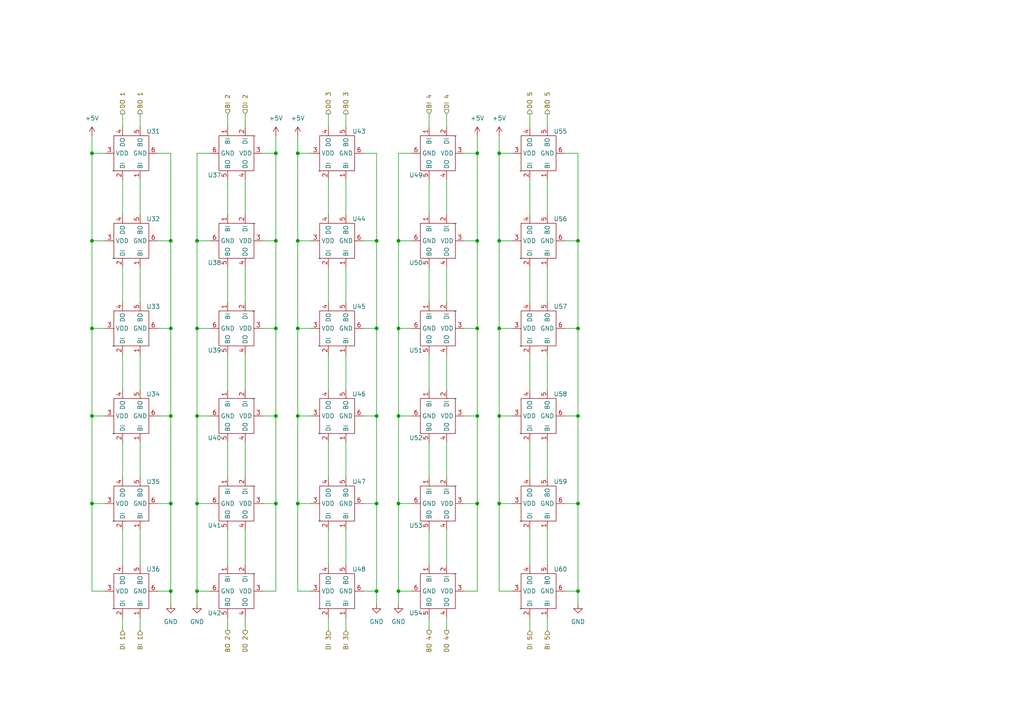
<source format=kicad_sch>
(kicad_sch (version 20230121) (generator eeschema)
  (paper "A4")
  (junction (at 80.01 120.65))
  (junction (at 80.01 146.05))
  (junction (at 115.57 171.45))
  (junction (at 144.78 95.25))
  (junction (at 26.67 146.05))
  (junction (at 86.36 44.45))
  (junction (at 57.15 69.85))
  (junction (at 26.67 69.85))
  (junction (at 57.15 171.45))
  (junction (at 138.43 146.05))
  (junction (at 138.43 44.45))
  (junction (at 80.01 95.25))
  (junction (at 80.01 44.45))
  (junction (at 167.64 171.45))
  (junction (at 57.15 146.05))
  (junction (at 115.57 120.65))
  (junction (at 115.57 69.85))
  (junction (at 49.53 171.45))
  (junction (at 57.15 120.65))
  (junction (at 109.22 171.45))
  (junction (at 167.64 120.65))
  (junction (at 138.43 69.85))
  (junction (at 144.78 44.45))
  (junction (at 115.57 95.25))
  (junction (at 80.01 69.85))
  (junction (at 49.53 95.25))
  (junction (at 115.57 146.05))
  (junction (at 144.78 120.65))
  (junction (at 144.78 146.05))
  (junction (at 138.43 95.25))
  (junction (at 86.36 146.05))
  (junction (at 167.64 69.85))
  (junction (at 144.78 69.85))
  (junction (at 26.67 120.65))
  (junction (at 86.36 95.25))
  (junction (at 109.22 146.05))
  (junction (at 109.22 69.85))
  (junction (at 167.64 95.25))
  (junction (at 49.53 120.65))
  (junction (at 49.53 69.85))
  (junction (at 49.53 146.05))
  (junction (at 109.22 120.65))
  (junction (at 86.36 120.65))
  (junction (at 138.43 120.65))
  (junction (at 167.64 146.05))
  (junction (at 26.67 95.25))
  (junction (at 109.22 95.25))
  (junction (at 86.36 69.85))
  (junction (at 26.67 44.45))
  (junction (at 57.15 95.25))
  (wire (pts (xy 134.62 171.45) (xy 138.43 171.45)))
  (wire (pts (xy 158.75 52.07) (xy 158.75 62.23)))
  (wire (pts (xy 163.83 171.45) (xy 167.64 171.45)))
  (wire (pts (xy 66.04 33.02) (xy 66.04 36.83)))
  (wire (pts (xy 124.46 179.07) (xy 124.46 182.88)))
  (wire (pts (xy 60.96 95.25) (xy 57.15 95.25)))
  (wire (pts (xy 35.56 77.47) (xy 35.56 87.63)))
  (wire (pts (xy 95.25 179.07) (xy 95.25 182.88)))
  (wire (pts (xy 80.01 171.45) (xy 80.01 146.05)))
  (wire (pts (xy 134.62 44.45) (xy 138.43 44.45)))
  (wire (pts (xy 71.12 62.23) (xy 71.12 52.07)))
  (wire (pts (xy 26.67 95.25) (xy 30.48 95.25)))
  (wire (pts (xy 109.22 44.45) (xy 105.41 44.45)))
  (wire (pts (xy 105.41 95.25) (xy 109.22 95.25)))
  (wire (pts (xy 86.36 95.25) (xy 86.36 120.65)))
  (wire (pts (xy 158.75 153.67) (xy 158.75 163.83)))
  (wire (pts (xy 90.17 171.45) (xy 86.36 171.45)))
  (wire (pts (xy 167.64 95.25) (xy 167.64 69.85)))
  (wire (pts (xy 153.67 179.07) (xy 153.67 182.88)))
  (wire (pts (xy 95.25 77.47) (xy 95.25 87.63)))
  (wire (pts (xy 66.04 163.83) (xy 66.04 153.67)))
  (wire (pts (xy 45.72 146.05) (xy 49.53 146.05)))
  (wire (pts (xy 153.67 77.47) (xy 153.67 87.63)))
  (wire (pts (xy 35.56 52.07) (xy 35.56 62.23)))
  (wire (pts (xy 109.22 146.05) (xy 109.22 171.45)))
  (wire (pts (xy 100.33 179.07) (xy 100.33 182.88)))
  (wire (pts (xy 26.67 95.25) (xy 26.67 120.65)))
  (wire (pts (xy 158.75 33.02) (xy 158.75 36.83)))
  (wire (pts (xy 71.12 113.03) (xy 71.12 102.87)))
  (wire (pts (xy 129.54 163.83) (xy 129.54 153.67)))
  (wire (pts (xy 71.12 87.63) (xy 71.12 77.47)))
  (wire (pts (xy 35.56 179.07) (xy 35.56 182.88)))
  (wire (pts (xy 167.64 146.05) (xy 167.64 171.45)))
  (wire (pts (xy 26.67 44.45) (xy 26.67 69.85)))
  (wire (pts (xy 45.72 171.45) (xy 49.53 171.45)))
  (wire (pts (xy 144.78 44.45) (xy 144.78 69.85)))
  (wire (pts (xy 86.36 44.45) (xy 86.36 69.85)))
  (wire (pts (xy 95.25 52.07) (xy 95.25 62.23)))
  (wire (pts (xy 66.04 62.23) (xy 66.04 52.07)))
  (wire (pts (xy 144.78 120.65) (xy 144.78 146.05)))
  (wire (pts (xy 115.57 69.85) (xy 115.57 44.45)))
  (wire (pts (xy 45.72 69.85) (xy 49.53 69.85)))
  (wire (pts (xy 95.25 128.27) (xy 95.25 138.43)))
  (wire (pts (xy 86.36 69.85) (xy 90.17 69.85)))
  (wire (pts (xy 80.01 39.37) (xy 80.01 44.45)))
  (wire (pts (xy 105.41 69.85) (xy 109.22 69.85)))
  (wire (pts (xy 167.64 69.85) (xy 167.64 44.45)))
  (wire (pts (xy 95.25 153.67) (xy 95.25 163.83)))
  (wire (pts (xy 124.46 62.23) (xy 124.46 52.07)))
  (wire (pts (xy 124.46 113.03) (xy 124.46 102.87)))
  (wire (pts (xy 163.83 146.05) (xy 167.64 146.05)))
  (wire (pts (xy 26.67 146.05) (xy 30.48 146.05)))
  (wire (pts (xy 119.38 69.85) (xy 115.57 69.85)))
  (wire (pts (xy 66.04 179.07) (xy 66.04 182.88)))
  (wire (pts (xy 138.43 171.45) (xy 138.43 146.05)))
  (wire (pts (xy 76.2 44.45) (xy 80.01 44.45)))
  (wire (pts (xy 86.36 120.65) (xy 90.17 120.65)))
  (wire (pts (xy 26.67 69.85) (xy 26.67 95.25)))
  (wire (pts (xy 109.22 95.25) (xy 109.22 69.85)))
  (wire (pts (xy 124.46 163.83) (xy 124.46 153.67)))
  (wire (pts (xy 109.22 120.65) (xy 109.22 95.25)))
  (wire (pts (xy 129.54 87.63) (xy 129.54 77.47)))
  (wire (pts (xy 49.53 44.45) (xy 45.72 44.45)))
  (wire (pts (xy 158.75 179.07) (xy 158.75 182.88)))
  (wire (pts (xy 86.36 146.05) (xy 90.17 146.05)))
  (wire (pts (xy 138.43 120.65) (xy 138.43 95.25)))
  (wire (pts (xy 153.67 153.67) (xy 153.67 163.83)))
  (wire (pts (xy 167.64 120.65) (xy 167.64 95.25)))
  (wire (pts (xy 26.67 69.85) (xy 30.48 69.85)))
  (wire (pts (xy 138.43 95.25) (xy 134.62 95.25)))
  (wire (pts (xy 86.36 39.37) (xy 86.36 44.45)))
  (wire (pts (xy 57.15 69.85) (xy 57.15 95.25)))
  (wire (pts (xy 100.33 128.27) (xy 100.33 138.43)))
  (wire (pts (xy 115.57 171.45) (xy 115.57 175.26)))
  (wire (pts (xy 80.01 69.85) (xy 76.2 69.85)))
  (wire (pts (xy 138.43 120.65) (xy 134.62 120.65)))
  (wire (pts (xy 119.38 146.05) (xy 115.57 146.05)))
  (wire (pts (xy 153.67 52.07) (xy 153.67 62.23)))
  (wire (pts (xy 109.22 69.85) (xy 109.22 44.45)))
  (wire (pts (xy 100.33 33.02) (xy 100.33 36.83)))
  (wire (pts (xy 86.36 120.65) (xy 86.36 146.05)))
  (wire (pts (xy 119.38 44.45) (xy 115.57 44.45)))
  (wire (pts (xy 71.12 163.83) (xy 71.12 153.67)))
  (wire (pts (xy 57.15 120.65) (xy 57.15 146.05)))
  (wire (pts (xy 109.22 171.45) (xy 109.22 175.26)))
  (wire (pts (xy 80.01 146.05) (xy 80.01 120.65)))
  (wire (pts (xy 138.43 146.05) (xy 134.62 146.05)))
  (wire (pts (xy 40.64 33.02) (xy 40.64 36.83)))
  (wire (pts (xy 80.01 120.65) (xy 80.01 95.25)))
  (wire (pts (xy 49.53 171.45) (xy 49.53 175.26)))
  (wire (pts (xy 49.53 120.65) (xy 49.53 95.25)))
  (wire (pts (xy 80.01 120.65) (xy 76.2 120.65)))
  (wire (pts (xy 105.41 171.45) (xy 109.22 171.45)))
  (wire (pts (xy 86.36 146.05) (xy 86.36 171.45)))
  (wire (pts (xy 167.64 44.45) (xy 163.83 44.45)))
  (wire (pts (xy 26.67 120.65) (xy 30.48 120.65)))
  (wire (pts (xy 138.43 146.05) (xy 138.43 120.65)))
  (wire (pts (xy 76.2 171.45) (xy 80.01 171.45)))
  (wire (pts (xy 119.38 95.25) (xy 115.57 95.25)))
  (wire (pts (xy 45.72 95.25) (xy 49.53 95.25)))
  (wire (pts (xy 129.54 138.43) (xy 129.54 128.27)))
  (wire (pts (xy 148.59 44.45) (xy 144.78 44.45)))
  (wire (pts (xy 115.57 171.45) (xy 119.38 171.45)))
  (wire (pts (xy 129.54 179.07) (xy 129.54 182.88)))
  (wire (pts (xy 129.54 62.23) (xy 129.54 52.07)))
  (wire (pts (xy 95.25 102.87) (xy 95.25 113.03)))
  (wire (pts (xy 100.33 77.47) (xy 100.33 87.63)))
  (wire (pts (xy 26.67 146.05) (xy 26.67 171.45)))
  (wire (pts (xy 57.15 171.45) (xy 57.15 175.26)))
  (wire (pts (xy 144.78 146.05) (xy 148.59 146.05)))
  (wire (pts (xy 66.04 138.43) (xy 66.04 128.27)))
  (wire (pts (xy 35.56 102.87) (xy 35.56 113.03)))
  (wire (pts (xy 129.54 33.02) (xy 129.54 36.83)))
  (wire (pts (xy 57.15 171.45) (xy 60.96 171.45)))
  (wire (pts (xy 158.75 128.27) (xy 158.75 138.43)))
  (wire (pts (xy 66.04 113.03) (xy 66.04 102.87)))
  (wire (pts (xy 138.43 69.85) (xy 138.43 44.45)))
  (wire (pts (xy 144.78 69.85) (xy 148.59 69.85)))
  (wire (pts (xy 115.57 146.05) (xy 115.57 171.45)))
  (wire (pts (xy 57.15 95.25) (xy 57.15 120.65)))
  (wire (pts (xy 124.46 33.02) (xy 124.46 36.83)))
  (wire (pts (xy 49.53 95.25) (xy 49.53 69.85)))
  (wire (pts (xy 26.67 39.37) (xy 26.67 44.45)))
  (wire (pts (xy 119.38 120.65) (xy 115.57 120.65)))
  (wire (pts (xy 35.56 128.27) (xy 35.56 138.43)))
  (wire (pts (xy 115.57 120.65) (xy 115.57 146.05)))
  (wire (pts (xy 144.78 95.25) (xy 148.59 95.25)))
  (wire (pts (xy 45.72 120.65) (xy 49.53 120.65)))
  (wire (pts (xy 60.96 69.85) (xy 57.15 69.85)))
  (wire (pts (xy 71.12 33.02) (xy 71.12 36.83)))
  (wire (pts (xy 80.01 95.25) (xy 76.2 95.25)))
  (wire (pts (xy 26.67 120.65) (xy 26.67 146.05)))
  (wire (pts (xy 124.46 138.43) (xy 124.46 128.27)))
  (wire (pts (xy 167.64 171.45) (xy 167.64 175.26)))
  (wire (pts (xy 57.15 69.85) (xy 57.15 44.45)))
  (wire (pts (xy 57.15 146.05) (xy 57.15 171.45)))
  (wire (pts (xy 144.78 69.85) (xy 144.78 95.25)))
  (wire (pts (xy 144.78 39.37) (xy 144.78 44.45)))
  (wire (pts (xy 40.64 153.67) (xy 40.64 163.83)))
  (wire (pts (xy 60.96 120.65) (xy 57.15 120.65)))
  (wire (pts (xy 105.41 146.05) (xy 109.22 146.05)))
  (wire (pts (xy 163.83 95.25) (xy 167.64 95.25)))
  (wire (pts (xy 80.01 69.85) (xy 80.01 44.45)))
  (wire (pts (xy 167.64 146.05) (xy 167.64 120.65)))
  (wire (pts (xy 105.41 120.65) (xy 109.22 120.65)))
  (wire (pts (xy 148.59 171.45) (xy 144.78 171.45)))
  (wire (pts (xy 71.12 138.43) (xy 71.12 128.27)))
  (wire (pts (xy 90.17 44.45) (xy 86.36 44.45)))
  (wire (pts (xy 30.48 44.45) (xy 26.67 44.45)))
  (wire (pts (xy 40.64 128.27) (xy 40.64 138.43)))
  (wire (pts (xy 60.96 146.05) (xy 57.15 146.05)))
  (wire (pts (xy 144.78 95.25) (xy 144.78 120.65)))
  (wire (pts (xy 40.64 102.87) (xy 40.64 113.03)))
  (wire (pts (xy 138.43 95.25) (xy 138.43 69.85)))
  (wire (pts (xy 49.53 69.85) (xy 49.53 44.45)))
  (wire (pts (xy 163.83 69.85) (xy 167.64 69.85)))
  (wire (pts (xy 80.01 146.05) (xy 76.2 146.05)))
  (wire (pts (xy 129.54 113.03) (xy 129.54 102.87)))
  (wire (pts (xy 153.67 33.02) (xy 153.67 36.83)))
  (wire (pts (xy 158.75 77.47) (xy 158.75 87.63)))
  (wire (pts (xy 71.12 179.07) (xy 71.12 182.88)))
  (wire (pts (xy 144.78 146.05) (xy 144.78 171.45)))
  (wire (pts (xy 49.53 146.05) (xy 49.53 171.45)))
  (wire (pts (xy 153.67 102.87) (xy 153.67 113.03)))
  (wire (pts (xy 115.57 95.25) (xy 115.57 120.65)))
  (wire (pts (xy 40.64 52.07) (xy 40.64 62.23)))
  (wire (pts (xy 66.04 87.63) (xy 66.04 77.47)))
  (wire (pts (xy 158.75 102.87) (xy 158.75 113.03)))
  (wire (pts (xy 153.67 128.27) (xy 153.67 138.43)))
  (wire (pts (xy 138.43 39.37) (xy 138.43 44.45)))
  (wire (pts (xy 30.48 171.45) (xy 26.67 171.45)))
  (wire (pts (xy 100.33 52.07) (xy 100.33 62.23)))
  (wire (pts (xy 115.57 69.85) (xy 115.57 95.25)))
  (wire (pts (xy 86.36 69.85) (xy 86.36 95.25)))
  (wire (pts (xy 35.56 153.67) (xy 35.56 163.83)))
  (wire (pts (xy 100.33 102.87) (xy 100.33 113.03)))
  (wire (pts (xy 49.53 146.05) (xy 49.53 120.65)))
  (wire (pts (xy 80.01 95.25) (xy 80.01 69.85)))
  (wire (pts (xy 60.96 44.45) (xy 57.15 44.45)))
  (wire (pts (xy 40.64 77.47) (xy 40.64 87.63)))
  (wire (pts (xy 86.36 95.25) (xy 90.17 95.25)))
  (wire (pts (xy 144.78 120.65) (xy 148.59 120.65)))
  (wire (pts (xy 163.83 120.65) (xy 167.64 120.65)))
  (wire (pts (xy 40.64 179.07) (xy 40.64 182.88)))
  (wire (pts (xy 109.22 146.05) (xy 109.22 120.65)))
  (wire (pts (xy 124.46 87.63) (xy 124.46 77.47)))
  (wire (pts (xy 95.25 33.02) (xy 95.25 36.83)))
  (wire (pts (xy 100.33 153.67) (xy 100.33 163.83)))
  (wire (pts (xy 35.56 33.02) (xy 35.56 36.83)))
  (wire (pts (xy 138.43 69.85) (xy 134.62 69.85)))
  (hierarchical_label "DI 5" (shape input) (at 153.67 182.88 270))
  (hierarchical_label "BO 2" (shape output) (at 66.04 182.88 270))
  (hierarchical_label "DI 4" (shape input) (at 129.54 33.02 90))
  (hierarchical_label "DO 4" (shape output) (at 129.54 182.88 270))
  (hierarchical_label "DO 2" (shape output) (at 71.12 182.88 270))
  (hierarchical_label "DI 1" (shape input) (at 35.56 182.88 270))
  (hierarchical_label "BO 5" (shape output) (at 158.75 33.02 90))
  (hierarchical_label "DO 3" (shape output) (at 95.25 33.02 90))
  (hierarchical_label "DO 1" (shape output) (at 35.56 33.02 90))
  (hierarchical_label "DO 5" (shape output) (at 153.67 33.02 90))
  (hierarchical_label "DI 3" (shape input) (at 95.25 182.88 270))
  (hierarchical_label "BO 4" (shape output) (at 124.46 182.88 270))
  (hierarchical_label "BI 3" (shape input) (at 100.33 182.88 270))
  (hierarchical_label "BI 2" (shape input) (at 66.04 33.02 90))
  (hierarchical_label "BI 4" (shape input) (at 124.46 33.02 90))
  (hierarchical_label "DI 2" (shape input) (at 71.12 33.02 90))
  (hierarchical_label "BI 5" (shape input) (at 158.75 182.88 270))
  (hierarchical_label "BI 1" (shape input) (at 40.64 182.88 270))
  (hierarchical_label "BO 1" (shape output) (at 40.64 33.02 90))
  (hierarchical_label "BO 3" (shape output) (at 100.33 33.02 90))
  (symbol (lib_id "Dustins_Symbols:WS2816C") (at 151.13 176.53 0) (unit 1)
    (property "Reference" "U60" (at 162.56 165.1 0))
    (property "Value" "~" (at 151.13 176.53 0))
    (property "Footprint" "Dustins_Footprints:WS2816-2121" (effects hide))
    (property "Datasheet" "https://www.lcsc.com/datasheet/lcsc_datasheet_2012110135_Worldsemi-WS2816C-2121_C965561.pdf" (effects hide))
    (instances (project "Center_Flex_V1" (path "" (reference "U60") (unit 1)) (path "" (reference "U90") (unit 1)) (path "" (reference "U120") (unit 1)) (path "" (reference "U180") (unit 1)) (path "" (reference "U210") (unit 1)) (path "" (reference "U240") (unit 1)) (path "" (reference "U300") (unit 1)) (path "" (reference "U330") (unit 1)) (path "" (reference "U360") (unit 1)) (path "" (reference "U420") (unit 1)) (path "" (reference "U450") (unit 1)) (path "" (reference "U480") (unit 1)) (path "" (reference "U540") (unit 1)) (path "" (reference "U570") (unit 1)) (path "" (reference "U600") (unit 1)) (path "" (reference "U660") (unit 1)) (path "" (reference "U690") (unit 1)) (path "" (reference "U720") (unit 1)) (path "" (reference "U780") (unit 1)) (path "" (reference "U810") (unit 1)) (path "" (reference "U840") (unit 1)) (path "" (reference "U30") (unit 1)) (path "" (reference "U150") (unit 1)) (path "" (reference "U750") (unit 1)) (path "" (reference "U270") (unit 1)) (path "" (reference "U390") (unit 1)) (path "" (reference "U630") (unit 1)) (path "" (reference "U510") (unit 1))))
  )
  (symbol (lib_id "power:+5V") (at 138.43 39.37 0) (unit 1)
    (property "Reference" "#PWR018" (effects hide))
    (property "Value" "+5V" (at 138.43 34.29 0))
    (instances (project "Center_Flex_V1" (path "" (reference "#PWR018") (unit 1)) (path "" (reference "#PWR028") (unit 1)) (path "" (reference "#PWR038") (unit 1)) (path "" (reference "#PWR058") (unit 1)) (path "" (reference "#PWR068") (unit 1)) (path "" (reference "#PWR078") (unit 1)) (path "" (reference "#PWR098") (unit 1)) (path "" (reference "#PWR0108") (unit 1)) (path "" (reference "#PWR0118") (unit 1)) (path "" (reference "#PWR0138") (unit 1)) (path "" (reference "#PWR0148") (unit 1)) (path "" (reference "#PWR0158") (unit 1)) (path "" (reference "#PWR0178") (unit 1)) (path "" (reference "#PWR0188") (unit 1)) (path "" (reference "#PWR0198") (unit 1)) (path "" (reference "#PWR0218") (unit 1)) (path "" (reference "#PWR0228") (unit 1)) (path "" (reference "#PWR0238") (unit 1)) (path "" (reference "#PWR0258") (unit 1)) (path "" (reference "#PWR0268") (unit 1)) (path "" (reference "#PWR0278") (unit 1)) (path "" (reference "#PWR08") (unit 1)) (path "" (reference "#PWR048") (unit 1)) (path "" (reference "#PWR0248") (unit 1)) (path "" (reference "#PWR088") (unit 1)) (path "" (reference "#PWR0128") (unit 1)) (path "" (reference "#PWR0208") (unit 1)) (path "" (reference "#PWR0168") (unit 1))))
  )
  (symbol (lib_id "power:+5V") (at 86.36 39.37 0) (unit 1)
    (property "Reference" "#PWR015" (effects hide))
    (property "Value" "+5V" (at 86.36 34.29 0))
    (instances (project "Center_Flex_V1" (path "" (reference "#PWR015") (unit 1)) (path "" (reference "#PWR025") (unit 1)) (path "" (reference "#PWR035") (unit 1)) (path "" (reference "#PWR055") (unit 1)) (path "" (reference "#PWR065") (unit 1)) (path "" (reference "#PWR075") (unit 1)) (path "" (reference "#PWR095") (unit 1)) (path "" (reference "#PWR0105") (unit 1)) (path "" (reference "#PWR0115") (unit 1)) (path "" (reference "#PWR0135") (unit 1)) (path "" (reference "#PWR0145") (unit 1)) (path "" (reference "#PWR0155") (unit 1)) (path "" (reference "#PWR0175") (unit 1)) (path "" (reference "#PWR0185") (unit 1)) (path "" (reference "#PWR0195") (unit 1)) (path "" (reference "#PWR0215") (unit 1)) (path "" (reference "#PWR0225") (unit 1)) (path "" (reference "#PWR0235") (unit 1)) (path "" (reference "#PWR0255") (unit 1)) (path "" (reference "#PWR0265") (unit 1)) (path "" (reference "#PWR0275") (unit 1)) (path "" (reference "#PWR05") (unit 1)) (path "" (reference "#PWR045") (unit 1)) (path "" (reference "#PWR0245") (unit 1)) (path "" (reference "#PWR085") (unit 1)) (path "" (reference "#PWR0125") (unit 1)) (path "" (reference "#PWR0205") (unit 1)) (path "" (reference "#PWR0165") (unit 1))))
  )
  (symbol (lib_id "power:GND") (at 167.64 175.26 0) (unit 1)
    (property "Reference" "#PWR020" (effects hide))
    (property "Value" "GND" (at 167.64 180.34 0))
    (instances (project "Center_Flex_V1" (path "" (reference "#PWR020") (unit 1)) (path "" (reference "#PWR030") (unit 1)) (path "" (reference "#PWR040") (unit 1)) (path "" (reference "#PWR060") (unit 1)) (path "" (reference "#PWR070") (unit 1)) (path "" (reference "#PWR080") (unit 1)) (path "" (reference "#PWR0100") (unit 1)) (path "" (reference "#PWR0110") (unit 1)) (path "" (reference "#PWR0120") (unit 1)) (path "" (reference "#PWR0140") (unit 1)) (path "" (reference "#PWR0150") (unit 1)) (path "" (reference "#PWR0160") (unit 1)) (path "" (reference "#PWR0180") (unit 1)) (path "" (reference "#PWR0190") (unit 1)) (path "" (reference "#PWR0200") (unit 1)) (path "" (reference "#PWR0220") (unit 1)) (path "" (reference "#PWR0230") (unit 1)) (path "" (reference "#PWR0240") (unit 1)) (path "" (reference "#PWR0260") (unit 1)) (path "" (reference "#PWR0270") (unit 1)) (path "" (reference "#PWR0280") (unit 1)) (path "" (reference "#PWR010") (unit 1)) (path "" (reference "#PWR050") (unit 1)) (path "" (reference "#PWR0250") (unit 1)) (path "" (reference "#PWR090") (unit 1)) (path "" (reference "#PWR0130") (unit 1)) (path "" (reference "#PWR0210") (unit 1)) (path "" (reference "#PWR0170") (unit 1))))
  )
  (symbol (lib_id "power:+5V") (at 26.67 39.37 0) (unit 1)
    (property "Reference" "#PWR011" (effects hide))
    (property "Value" "+5V" (at 26.67 34.29 0))
    (instances (project "Center_Flex_V1" (path "" (reference "#PWR011") (unit 1)) (path "" (reference "#PWR021") (unit 1)) (path "" (reference "#PWR031") (unit 1)) (path "" (reference "#PWR051") (unit 1)) (path "" (reference "#PWR061") (unit 1)) (path "" (reference "#PWR071") (unit 1)) (path "" (reference "#PWR091") (unit 1)) (path "" (reference "#PWR0101") (unit 1)) (path "" (reference "#PWR0111") (unit 1)) (path "" (reference "#PWR0131") (unit 1)) (path "" (reference "#PWR0141") (unit 1)) (path "" (reference "#PWR0151") (unit 1)) (path "" (reference "#PWR0171") (unit 1)) (path "" (reference "#PWR0181") (unit 1)) (path "" (reference "#PWR0191") (unit 1)) (path "" (reference "#PWR0211") (unit 1)) (path "" (reference "#PWR0221") (unit 1)) (path "" (reference "#PWR0231") (unit 1)) (path "" (reference "#PWR0251") (unit 1)) (path "" (reference "#PWR0261") (unit 1)) (path "" (reference "#PWR0271") (unit 1)) (path "" (reference "#PWR01") (unit 1)) (path "" (reference "#PWR041") (unit 1)) (path "" (reference "#PWR0241") (unit 1)) (path "" (reference "#PWR081") (unit 1)) (path "" (reference "#PWR0121") (unit 1)) (path "" (reference "#PWR0201") (unit 1)) (path "" (reference "#PWR0161") (unit 1))))
  )
  (symbol (lib_id "Dustins_Symbols:WS2816C") (at 73.66 140.97 180) (unit 1)
    (property "Reference" "U41" (at 62.23 152.4 0))
    (property "Value" "~" (at 73.66 140.97 0))
    (property "Footprint" "Dustins_Footprints:WS2816-2121" (effects hide))
    (property "Datasheet" "https://www.lcsc.com/datasheet/lcsc_datasheet_2012110135_Worldsemi-WS2816C-2121_C965561.pdf" (effects hide))
    (instances (project "Center_Flex_V1" (path "" (reference "U41") (unit 1)) (path "" (reference "U71") (unit 1)) (path "" (reference "U101") (unit 1)) (path "" (reference "U161") (unit 1)) (path "" (reference "U191") (unit 1)) (path "" (reference "U221") (unit 1)) (path "" (reference "U281") (unit 1)) (path "" (reference "U311") (unit 1)) (path "" (reference "U341") (unit 1)) (path "" (reference "U401") (unit 1)) (path "" (reference "U431") (unit 1)) (path "" (reference "U461") (unit 1)) (path "" (reference "U521") (unit 1)) (path "" (reference "U551") (unit 1)) (path "" (reference "U581") (unit 1)) (path "" (reference "U641") (unit 1)) (path "" (reference "U671") (unit 1)) (path "" (reference "U701") (unit 1)) (path "" (reference "U761") (unit 1)) (path "" (reference "U791") (unit 1)) (path "" (reference "U821") (unit 1)) (path "" (reference "U11") (unit 1)) (path "" (reference "U131") (unit 1)) (path "" (reference "U731") (unit 1)) (path "" (reference "U251") (unit 1)) (path "" (reference "U371") (unit 1)) (path "" (reference "U611") (unit 1)) (path "" (reference "U491") (unit 1))))
  )
  (symbol (lib_id "Dustins_Symbols:WS2816C") (at 92.71 151.13 0) (unit 1)
    (property "Reference" "U47" (at 104.14 139.7 0))
    (property "Value" "~" (at 92.71 151.13 0))
    (property "Footprint" "Dustins_Footprints:WS2816-2121" (effects hide))
    (property "Datasheet" "https://www.lcsc.com/datasheet/lcsc_datasheet_2012110135_Worldsemi-WS2816C-2121_C965561.pdf" (effects hide))
    (instances (project "Center_Flex_V1" (path "" (reference "U47") (unit 1)) (path "" (reference "U77") (unit 1)) (path "" (reference "U107") (unit 1)) (path "" (reference "U167") (unit 1)) (path "" (reference "U197") (unit 1)) (path "" (reference "U227") (unit 1)) (path "" (reference "U287") (unit 1)) (path "" (reference "U317") (unit 1)) (path "" (reference "U347") (unit 1)) (path "" (reference "U407") (unit 1)) (path "" (reference "U437") (unit 1)) (path "" (reference "U467") (unit 1)) (path "" (reference "U527") (unit 1)) (path "" (reference "U557") (unit 1)) (path "" (reference "U587") (unit 1)) (path "" (reference "U647") (unit 1)) (path "" (reference "U677") (unit 1)) (path "" (reference "U707") (unit 1)) (path "" (reference "U767") (unit 1)) (path "" (reference "U797") (unit 1)) (path "" (reference "U827") (unit 1)) (path "" (reference "U17") (unit 1)) (path "" (reference "U137") (unit 1)) (path "" (reference "U737") (unit 1)) (path "" (reference "U257") (unit 1)) (path "" (reference "U377") (unit 1)) (path "" (reference "U617") (unit 1)) (path "" (reference "U497") (unit 1))))
  )
  (symbol (lib_id "Dustins_Symbols:WS2816C") (at 151.13 74.93 0) (unit 1)
    (property "Reference" "U56" (at 162.56 63.5 0))
    (property "Value" "~" (at 151.13 74.93 0))
    (property "Footprint" "Dustins_Footprints:WS2816-2121" (effects hide))
    (property "Datasheet" "https://www.lcsc.com/datasheet/lcsc_datasheet_2012110135_Worldsemi-WS2816C-2121_C965561.pdf" (effects hide))
    (instances (project "Center_Flex_V1" (path "" (reference "U56") (unit 1)) (path "" (reference "U86") (unit 1)) (path "" (reference "U116") (unit 1)) (path "" (reference "U176") (unit 1)) (path "" (reference "U206") (unit 1)) (path "" (reference "U236") (unit 1)) (path "" (reference "U296") (unit 1)) (path "" (reference "U326") (unit 1)) (path "" (reference "U356") (unit 1)) (path "" (reference "U416") (unit 1)) (path "" (reference "U446") (unit 1)) (path "" (reference "U476") (unit 1)) (path "" (reference "U536") (unit 1)) (path "" (reference "U566") (unit 1)) (path "" (reference "U596") (unit 1)) (path "" (reference "U656") (unit 1)) (path "" (reference "U686") (unit 1)) (path "" (reference "U716") (unit 1)) (path "" (reference "U776") (unit 1)) (path "" (reference "U806") (unit 1)) (path "" (reference "U836") (unit 1)) (path "" (reference "U26") (unit 1)) (path "" (reference "U146") (unit 1)) (path "" (reference "U746") (unit 1)) (path "" (reference "U266") (unit 1)) (path "" (reference "U386") (unit 1)) (path "" (reference "U626") (unit 1)) (path "" (reference "U506") (unit 1))))
  )
  (symbol (lib_id "power:GND") (at 49.53 175.26 0) (unit 1)
    (property "Reference" "#PWR012" (effects hide))
    (property "Value" "GND" (at 49.53 180.34 0))
    (instances (project "Center_Flex_V1" (path "" (reference "#PWR012") (unit 1)) (path "" (reference "#PWR022") (unit 1)) (path "" (reference "#PWR032") (unit 1)) (path "" (reference "#PWR052") (unit 1)) (path "" (reference "#PWR062") (unit 1)) (path "" (reference "#PWR072") (unit 1)) (path "" (reference "#PWR092") (unit 1)) (path "" (reference "#PWR0102") (unit 1)) (path "" (reference "#PWR0112") (unit 1)) (path "" (reference "#PWR0132") (unit 1)) (path "" (reference "#PWR0142") (unit 1)) (path "" (reference "#PWR0152") (unit 1)) (path "" (reference "#PWR0172") (unit 1)) (path "" (reference "#PWR0182") (unit 1)) (path "" (reference "#PWR0192") (unit 1)) (path "" (reference "#PWR0212") (unit 1)) (path "" (reference "#PWR0222") (unit 1)) (path "" (reference "#PWR0232") (unit 1)) (path "" (reference "#PWR0252") (unit 1)) (path "" (reference "#PWR0262") (unit 1)) (path "" (reference "#PWR0272") (unit 1)) (path "" (reference "#PWR02") (unit 1)) (path "" (reference "#PWR042") (unit 1)) (path "" (reference "#PWR0242") (unit 1)) (path "" (reference "#PWR082") (unit 1)) (path "" (reference "#PWR0122") (unit 1)) (path "" (reference "#PWR0202") (unit 1)) (path "" (reference "#PWR0162") (unit 1))))
  )
  (symbol (lib_id "Dustins_Symbols:WS2816C") (at 151.13 100.33 0) (unit 1)
    (property "Reference" "U57" (at 162.56 88.9 0))
    (property "Value" "~" (at 151.13 100.33 0))
    (property "Footprint" "Dustins_Footprints:WS2816-2121" (effects hide))
    (property "Datasheet" "https://www.lcsc.com/datasheet/lcsc_datasheet_2012110135_Worldsemi-WS2816C-2121_C965561.pdf" (effects hide))
    (instances (project "Center_Flex_V1" (path "" (reference "U57") (unit 1)) (path "" (reference "U87") (unit 1)) (path "" (reference "U117") (unit 1)) (path "" (reference "U177") (unit 1)) (path "" (reference "U207") (unit 1)) (path "" (reference "U237") (unit 1)) (path "" (reference "U297") (unit 1)) (path "" (reference "U327") (unit 1)) (path "" (reference "U357") (unit 1)) (path "" (reference "U417") (unit 1)) (path "" (reference "U447") (unit 1)) (path "" (reference "U477") (unit 1)) (path "" (reference "U537") (unit 1)) (path "" (reference "U567") (unit 1)) (path "" (reference "U597") (unit 1)) (path "" (reference "U657") (unit 1)) (path "" (reference "U687") (unit 1)) (path "" (reference "U717") (unit 1)) (path "" (reference "U777") (unit 1)) (path "" (reference "U807") (unit 1)) (path "" (reference "U837") (unit 1)) (path "" (reference "U27") (unit 1)) (path "" (reference "U147") (unit 1)) (path "" (reference "U747") (unit 1)) (path "" (reference "U267") (unit 1)) (path "" (reference "U387") (unit 1)) (path "" (reference "U627") (unit 1)) (path "" (reference "U507") (unit 1))))
  )
  (symbol (lib_id "power:GND") (at 115.57 175.26 0) (unit 1)
    (property "Reference" "#PWR017" (effects hide))
    (property "Value" "GND" (at 115.57 180.34 0))
    (instances (project "Center_Flex_V1" (path "" (reference "#PWR017") (unit 1)) (path "" (reference "#PWR027") (unit 1)) (path "" (reference "#PWR037") (unit 1)) (path "" (reference "#PWR057") (unit 1)) (path "" (reference "#PWR067") (unit 1)) (path "" (reference "#PWR077") (unit 1)) (path "" (reference "#PWR097") (unit 1)) (path "" (reference "#PWR0107") (unit 1)) (path "" (reference "#PWR0117") (unit 1)) (path "" (reference "#PWR0137") (unit 1)) (path "" (reference "#PWR0147") (unit 1)) (path "" (reference "#PWR0157") (unit 1)) (path "" (reference "#PWR0177") (unit 1)) (path "" (reference "#PWR0187") (unit 1)) (path "" (reference "#PWR0197") (unit 1)) (path "" (reference "#PWR0217") (unit 1)) (path "" (reference "#PWR0227") (unit 1)) (path "" (reference "#PWR0237") (unit 1)) (path "" (reference "#PWR0257") (unit 1)) (path "" (reference "#PWR0267") (unit 1)) (path "" (reference "#PWR0277") (unit 1)) (path "" (reference "#PWR07") (unit 1)) (path "" (reference "#PWR047") (unit 1)) (path "" (reference "#PWR0247") (unit 1)) (path "" (reference "#PWR087") (unit 1)) (path "" (reference "#PWR0127") (unit 1)) (path "" (reference "#PWR0207") (unit 1)) (path "" (reference "#PWR0167") (unit 1))))
  )
  (symbol (lib_id "Dustins_Symbols:WS2816C") (at 92.71 100.33 0) (unit 1)
    (property "Reference" "U45" (at 104.14 88.9 0))
    (property "Value" "~" (at 92.71 100.33 0))
    (property "Footprint" "Dustins_Footprints:WS2816-2121" (effects hide))
    (property "Datasheet" "https://www.lcsc.com/datasheet/lcsc_datasheet_2012110135_Worldsemi-WS2816C-2121_C965561.pdf" (effects hide))
    (instances (project "Center_Flex_V1" (path "" (reference "U45") (unit 1)) (path "" (reference "U75") (unit 1)) (path "" (reference "U105") (unit 1)) (path "" (reference "U165") (unit 1)) (path "" (reference "U195") (unit 1)) (path "" (reference "U225") (unit 1)) (path "" (reference "U285") (unit 1)) (path "" (reference "U315") (unit 1)) (path "" (reference "U345") (unit 1)) (path "" (reference "U405") (unit 1)) (path "" (reference "U435") (unit 1)) (path "" (reference "U465") (unit 1)) (path "" (reference "U525") (unit 1)) (path "" (reference "U555") (unit 1)) (path "" (reference "U585") (unit 1)) (path "" (reference "U645") (unit 1)) (path "" (reference "U675") (unit 1)) (path "" (reference "U705") (unit 1)) (path "" (reference "U765") (unit 1)) (path "" (reference "U795") (unit 1)) (path "" (reference "U825") (unit 1)) (path "" (reference "U15") (unit 1)) (path "" (reference "U135") (unit 1)) (path "" (reference "U735") (unit 1)) (path "" (reference "U255") (unit 1)) (path "" (reference "U375") (unit 1)) (path "" (reference "U615") (unit 1)) (path "" (reference "U495") (unit 1))))
  )
  (symbol (lib_id "power:GND") (at 57.15 175.26 0) (unit 1)
    (property "Reference" "#PWR013" (effects hide))
    (property "Value" "GND" (at 57.15 180.34 0))
    (instances (project "Center_Flex_V1" (path "" (reference "#PWR013") (unit 1)) (path "" (reference "#PWR023") (unit 1)) (path "" (reference "#PWR033") (unit 1)) (path "" (reference "#PWR053") (unit 1)) (path "" (reference "#PWR063") (unit 1)) (path "" (reference "#PWR073") (unit 1)) (path "" (reference "#PWR093") (unit 1)) (path "" (reference "#PWR0103") (unit 1)) (path "" (reference "#PWR0113") (unit 1)) (path "" (reference "#PWR0133") (unit 1)) (path "" (reference "#PWR0143") (unit 1)) (path "" (reference "#PWR0153") (unit 1)) (path "" (reference "#PWR0173") (unit 1)) (path "" (reference "#PWR0183") (unit 1)) (path "" (reference "#PWR0193") (unit 1)) (path "" (reference "#PWR0213") (unit 1)) (path "" (reference "#PWR0223") (unit 1)) (path "" (reference "#PWR0233") (unit 1)) (path "" (reference "#PWR0253") (unit 1)) (path "" (reference "#PWR0263") (unit 1)) (path "" (reference "#PWR0273") (unit 1)) (path "" (reference "#PWR03") (unit 1)) (path "" (reference "#PWR043") (unit 1)) (path "" (reference "#PWR0243") (unit 1)) (path "" (reference "#PWR083") (unit 1)) (path "" (reference "#PWR0123") (unit 1)) (path "" (reference "#PWR0203") (unit 1)) (path "" (reference "#PWR0163") (unit 1))))
  )
  (symbol (lib_id "Dustins_Symbols:WS2816C") (at 73.66 64.77 180) (unit 1)
    (property "Reference" "U38" (at 62.23 76.2 0))
    (property "Value" "~" (at 73.66 64.77 0))
    (property "Footprint" "Dustins_Footprints:WS2816-2121" (effects hide))
    (property "Datasheet" "https://www.lcsc.com/datasheet/lcsc_datasheet_2012110135_Worldsemi-WS2816C-2121_C965561.pdf" (effects hide))
    (instances (project "Center_Flex_V1" (path "" (reference "U38") (unit 1)) (path "" (reference "U68") (unit 1)) (path "" (reference "U98") (unit 1)) (path "" (reference "U158") (unit 1)) (path "" (reference "U188") (unit 1)) (path "" (reference "U218") (unit 1)) (path "" (reference "U278") (unit 1)) (path "" (reference "U308") (unit 1)) (path "" (reference "U338") (unit 1)) (path "" (reference "U398") (unit 1)) (path "" (reference "U428") (unit 1)) (path "" (reference "U458") (unit 1)) (path "" (reference "U518") (unit 1)) (path "" (reference "U548") (unit 1)) (path "" (reference "U578") (unit 1)) (path "" (reference "U638") (unit 1)) (path "" (reference "U668") (unit 1)) (path "" (reference "U698") (unit 1)) (path "" (reference "U758") (unit 1)) (path "" (reference "U788") (unit 1)) (path "" (reference "U818") (unit 1)) (path "" (reference "U8") (unit 1)) (path "" (reference "U128") (unit 1)) (path "" (reference "U728") (unit 1)) (path "" (reference "U248") (unit 1)) (path "" (reference "U368") (unit 1)) (path "" (reference "U608") (unit 1)) (path "" (reference "U488") (unit 1))))
  )
  (symbol (lib_id "Dustins_Symbols:WS2816C") (at 92.71 49.53 0) (unit 1)
    (property "Reference" "U43" (at 104.14 38.1 0))
    (property "Value" "~" (at 92.71 49.53 0))
    (property "Footprint" "Dustins_Footprints:WS2816-2121" (effects hide))
    (property "Datasheet" "https://www.lcsc.com/datasheet/lcsc_datasheet_2012110135_Worldsemi-WS2816C-2121_C965561.pdf" (effects hide))
    (instances (project "Center_Flex_V1" (path "" (reference "U43") (unit 1)) (path "" (reference "U73") (unit 1)) (path "" (reference "U103") (unit 1)) (path "" (reference "U163") (unit 1)) (path "" (reference "U193") (unit 1)) (path "" (reference "U223") (unit 1)) (path "" (reference "U283") (unit 1)) (path "" (reference "U313") (unit 1)) (path "" (reference "U343") (unit 1)) (path "" (reference "U403") (unit 1)) (path "" (reference "U433") (unit 1)) (path "" (reference "U463") (unit 1)) (path "" (reference "U523") (unit 1)) (path "" (reference "U553") (unit 1)) (path "" (reference "U583") (unit 1)) (path "" (reference "U643") (unit 1)) (path "" (reference "U673") (unit 1)) (path "" (reference "U703") (unit 1)) (path "" (reference "U763") (unit 1)) (path "" (reference "U793") (unit 1)) (path "" (reference "U823") (unit 1)) (path "" (reference "U13") (unit 1)) (path "" (reference "U133") (unit 1)) (path "" (reference "U733") (unit 1)) (path "" (reference "U253") (unit 1)) (path "" (reference "U373") (unit 1)) (path "" (reference "U613") (unit 1)) (path "" (reference "U493") (unit 1))))
  )
  (symbol (lib_id "Dustins_Symbols:WS2816C") (at 33.02 49.53 0) (unit 1)
    (property "Reference" "U31" (at 44.45 38.1 0))
    (property "Value" "~" (at 33.02 49.53 0))
    (property "Footprint" "Dustins_Footprints:WS2816-2121" (effects hide))
    (property "Datasheet" "https://www.lcsc.com/datasheet/lcsc_datasheet_2012110135_Worldsemi-WS2816C-2121_C965561.pdf" (effects hide))
    (instances (project "Center_Flex_V1" (path "" (reference "U31") (unit 1)) (path "" (reference "U61") (unit 1)) (path "" (reference "U91") (unit 1)) (path "" (reference "U151") (unit 1)) (path "" (reference "U181") (unit 1)) (path "" (reference "U211") (unit 1)) (path "" (reference "U271") (unit 1)) (path "" (reference "U301") (unit 1)) (path "" (reference "U331") (unit 1)) (path "" (reference "U391") (unit 1)) (path "" (reference "U421") (unit 1)) (path "" (reference "U451") (unit 1)) (path "" (reference "U511") (unit 1)) (path "" (reference "U541") (unit 1)) (path "" (reference "U571") (unit 1)) (path "" (reference "U631") (unit 1)) (path "" (reference "U661") (unit 1)) (path "" (reference "U691") (unit 1)) (path "" (reference "U751") (unit 1)) (path "" (reference "U781") (unit 1)) (path "" (reference "U811") (unit 1)) (path "" (reference "U1") (unit 1)) (path "" (reference "U121") (unit 1)) (path "" (reference "U721") (unit 1)) (path "" (reference "U241") (unit 1)) (path "" (reference "U361") (unit 1)) (path "" (reference "U601") (unit 1)) (path "" (reference "U481") (unit 1))))
  )
  (symbol (lib_id "Dustins_Symbols:WS2816C") (at 92.71 176.53 0) (unit 1)
    (property "Reference" "U48" (at 104.14 165.1 0))
    (property "Value" "~" (at 92.71 176.53 0))
    (property "Footprint" "Dustins_Footprints:WS2816-2121" (effects hide))
    (property "Datasheet" "https://www.lcsc.com/datasheet/lcsc_datasheet_2012110135_Worldsemi-WS2816C-2121_C965561.pdf" (effects hide))
    (instances (project "Center_Flex_V1" (path "" (reference "U48") (unit 1)) (path "" (reference "U78") (unit 1)) (path "" (reference "U108") (unit 1)) (path "" (reference "U168") (unit 1)) (path "" (reference "U198") (unit 1)) (path "" (reference "U228") (unit 1)) (path "" (reference "U288") (unit 1)) (path "" (reference "U318") (unit 1)) (path "" (reference "U348") (unit 1)) (path "" (reference "U408") (unit 1)) (path "" (reference "U438") (unit 1)) (path "" (reference "U468") (unit 1)) (path "" (reference "U528") (unit 1)) (path "" (reference "U558") (unit 1)) (path "" (reference "U588") (unit 1)) (path "" (reference "U648") (unit 1)) (path "" (reference "U678") (unit 1)) (path "" (reference "U708") (unit 1)) (path "" (reference "U768") (unit 1)) (path "" (reference "U798") (unit 1)) (path "" (reference "U828") (unit 1)) (path "" (reference "U18") (unit 1)) (path "" (reference "U138") (unit 1)) (path "" (reference "U738") (unit 1)) (path "" (reference "U258") (unit 1)) (path "" (reference "U378") (unit 1)) (path "" (reference "U618") (unit 1)) (path "" (reference "U498") (unit 1))))
  )
  (symbol (lib_id "Dustins_Symbols:WS2816C") (at 73.66 166.37 180) (unit 1)
    (property "Reference" "U42" (at 62.23 177.8 0))
    (property "Value" "~" (at 73.66 166.37 0))
    (property "Footprint" "Dustins_Footprints:WS2816-2121" (effects hide))
    (property "Datasheet" "https://www.lcsc.com/datasheet/lcsc_datasheet_2012110135_Worldsemi-WS2816C-2121_C965561.pdf" (effects hide))
    (instances (project "Center_Flex_V1" (path "" (reference "U42") (unit 1)) (path "" (reference "U72") (unit 1)) (path "" (reference "U102") (unit 1)) (path "" (reference "U162") (unit 1)) (path "" (reference "U192") (unit 1)) (path "" (reference "U222") (unit 1)) (path "" (reference "U282") (unit 1)) (path "" (reference "U312") (unit 1)) (path "" (reference "U342") (unit 1)) (path "" (reference "U402") (unit 1)) (path "" (reference "U432") (unit 1)) (path "" (reference "U462") (unit 1)) (path "" (reference "U522") (unit 1)) (path "" (reference "U552") (unit 1)) (path "" (reference "U582") (unit 1)) (path "" (reference "U642") (unit 1)) (path "" (reference "U672") (unit 1)) (path "" (reference "U702") (unit 1)) (path "" (reference "U762") (unit 1)) (path "" (reference "U792") (unit 1)) (path "" (reference "U822") (unit 1)) (path "" (reference "U12") (unit 1)) (path "" (reference "U132") (unit 1)) (path "" (reference "U732") (unit 1)) (path "" (reference "U252") (unit 1)) (path "" (reference "U372") (unit 1)) (path "" (reference "U612") (unit 1)) (path "" (reference "U492") (unit 1))))
  )
  (symbol (lib_id "Dustins_Symbols:WS2816C") (at 151.13 125.73 0) (unit 1)
    (property "Reference" "U58" (at 162.56 114.3 0))
    (property "Value" "~" (at 151.13 125.73 0))
    (property "Footprint" "Dustins_Footprints:WS2816-2121" (effects hide))
    (property "Datasheet" "https://www.lcsc.com/datasheet/lcsc_datasheet_2012110135_Worldsemi-WS2816C-2121_C965561.pdf" (effects hide))
    (instances (project "Center_Flex_V1" (path "" (reference "U58") (unit 1)) (path "" (reference "U88") (unit 1)) (path "" (reference "U118") (unit 1)) (path "" (reference "U178") (unit 1)) (path "" (reference "U208") (unit 1)) (path "" (reference "U238") (unit 1)) (path "" (reference "U298") (unit 1)) (path "" (reference "U328") (unit 1)) (path "" (reference "U358") (unit 1)) (path "" (reference "U418") (unit 1)) (path "" (reference "U448") (unit 1)) (path "" (reference "U478") (unit 1)) (path "" (reference "U538") (unit 1)) (path "" (reference "U568") (unit 1)) (path "" (reference "U598") (unit 1)) (path "" (reference "U658") (unit 1)) (path "" (reference "U688") (unit 1)) (path "" (reference "U718") (unit 1)) (path "" (reference "U778") (unit 1)) (path "" (reference "U808") (unit 1)) (path "" (reference "U838") (unit 1)) (path "" (reference "U28") (unit 1)) (path "" (reference "U148") (unit 1)) (path "" (reference "U748") (unit 1)) (path "" (reference "U268") (unit 1)) (path "" (reference "U388") (unit 1)) (path "" (reference "U628") (unit 1)) (path "" (reference "U508") (unit 1))))
  )
  (symbol (lib_id "Dustins_Symbols:WS2816C") (at 73.66 39.37 180) (unit 1)
    (property "Reference" "U37" (at 62.23 50.8 0))
    (property "Value" "~" (at 73.66 39.37 0))
    (property "Footprint" "Dustins_Footprints:WS2816-2121" (effects hide))
    (property "Datasheet" "https://www.lcsc.com/datasheet/lcsc_datasheet_2012110135_Worldsemi-WS2816C-2121_C965561.pdf" (effects hide))
    (instances (project "Center_Flex_V1" (path "" (reference "U37") (unit 1)) (path "" (reference "U67") (unit 1)) (path "" (reference "U97") (unit 1)) (path "" (reference "U157") (unit 1)) (path "" (reference "U187") (unit 1)) (path "" (reference "U217") (unit 1)) (path "" (reference "U277") (unit 1)) (path "" (reference "U307") (unit 1)) (path "" (reference "U337") (unit 1)) (path "" (reference "U397") (unit 1)) (path "" (reference "U427") (unit 1)) (path "" (reference "U457") (unit 1)) (path "" (reference "U517") (unit 1)) (path "" (reference "U547") (unit 1)) (path "" (reference "U577") (unit 1)) (path "" (reference "U637") (unit 1)) (path "" (reference "U667") (unit 1)) (path "" (reference "U697") (unit 1)) (path "" (reference "U757") (unit 1)) (path "" (reference "U787") (unit 1)) (path "" (reference "U817") (unit 1)) (path "" (reference "U7") (unit 1)) (path "" (reference "U127") (unit 1)) (path "" (reference "U727") (unit 1)) (path "" (reference "U247") (unit 1)) (path "" (reference "U367") (unit 1)) (path "" (reference "U607") (unit 1)) (path "" (reference "U487") (unit 1))))
  )
  (symbol (lib_id "power:+5V") (at 80.01 39.37 0) (unit 1)
    (property "Reference" "#PWR014" (effects hide))
    (property "Value" "+5V" (at 80.01 34.29 0))
    (instances (project "Center_Flex_V1" (path "" (reference "#PWR014") (unit 1)) (path "" (reference "#PWR024") (unit 1)) (path "" (reference "#PWR034") (unit 1)) (path "" (reference "#PWR054") (unit 1)) (path "" (reference "#PWR064") (unit 1)) (path "" (reference "#PWR074") (unit 1)) (path "" (reference "#PWR094") (unit 1)) (path "" (reference "#PWR0104") (unit 1)) (path "" (reference "#PWR0114") (unit 1)) (path "" (reference "#PWR0134") (unit 1)) (path "" (reference "#PWR0144") (unit 1)) (path "" (reference "#PWR0154") (unit 1)) (path "" (reference "#PWR0174") (unit 1)) (path "" (reference "#PWR0184") (unit 1)) (path "" (reference "#PWR0194") (unit 1)) (path "" (reference "#PWR0214") (unit 1)) (path "" (reference "#PWR0224") (unit 1)) (path "" (reference "#PWR0234") (unit 1)) (path "" (reference "#PWR0254") (unit 1)) (path "" (reference "#PWR0264") (unit 1)) (path "" (reference "#PWR0274") (unit 1)) (path "" (reference "#PWR04") (unit 1)) (path "" (reference "#PWR044") (unit 1)) (path "" (reference "#PWR0244") (unit 1)) (path "" (reference "#PWR084") (unit 1)) (path "" (reference "#PWR0124") (unit 1)) (path "" (reference "#PWR0204") (unit 1)) (path "" (reference "#PWR0164") (unit 1))))
  )
  (symbol (lib_id "Dustins_Symbols:WS2816C") (at 151.13 151.13 0) (unit 1)
    (property "Reference" "U59" (at 162.56 139.7 0))
    (property "Value" "~" (at 151.13 151.13 0))
    (property "Footprint" "Dustins_Footprints:WS2816-2121" (effects hide))
    (property "Datasheet" "https://www.lcsc.com/datasheet/lcsc_datasheet_2012110135_Worldsemi-WS2816C-2121_C965561.pdf" (effects hide))
    (instances (project "Center_Flex_V1" (path "" (reference "U59") (unit 1)) (path "" (reference "U89") (unit 1)) (path "" (reference "U119") (unit 1)) (path "" (reference "U179") (unit 1)) (path "" (reference "U209") (unit 1)) (path "" (reference "U239") (unit 1)) (path "" (reference "U299") (unit 1)) (path "" (reference "U329") (unit 1)) (path "" (reference "U359") (unit 1)) (path "" (reference "U419") (unit 1)) (path "" (reference "U449") (unit 1)) (path "" (reference "U479") (unit 1)) (path "" (reference "U539") (unit 1)) (path "" (reference "U569") (unit 1)) (path "" (reference "U599") (unit 1)) (path "" (reference "U659") (unit 1)) (path "" (reference "U689") (unit 1)) (path "" (reference "U719") (unit 1)) (path "" (reference "U779") (unit 1)) (path "" (reference "U809") (unit 1)) (path "" (reference "U839") (unit 1)) (path "" (reference "U29") (unit 1)) (path "" (reference "U149") (unit 1)) (path "" (reference "U749") (unit 1)) (path "" (reference "U269") (unit 1)) (path "" (reference "U389") (unit 1)) (path "" (reference "U629") (unit 1)) (path "" (reference "U509") (unit 1))))
  )
  (symbol (lib_id "Dustins_Symbols:WS2816C") (at 132.08 115.57 180) (unit 1)
    (property "Reference" "U52" (at 120.65 127 0))
    (property "Value" "~" (at 132.08 115.57 0))
    (property "Footprint" "Dustins_Footprints:WS2816-2121" (effects hide))
    (property "Datasheet" "https://www.lcsc.com/datasheet/lcsc_datasheet_2012110135_Worldsemi-WS2816C-2121_C965561.pdf" (effects hide))
    (instances (project "Center_Flex_V1" (path "" (reference "U52") (unit 1)) (path "" (reference "U82") (unit 1)) (path "" (reference "U112") (unit 1)) (path "" (reference "U172") (unit 1)) (path "" (reference "U202") (unit 1)) (path "" (reference "U232") (unit 1)) (path "" (reference "U292") (unit 1)) (path "" (reference "U322") (unit 1)) (path "" (reference "U352") (unit 1)) (path "" (reference "U412") (unit 1)) (path "" (reference "U442") (unit 1)) (path "" (reference "U472") (unit 1)) (path "" (reference "U532") (unit 1)) (path "" (reference "U562") (unit 1)) (path "" (reference "U592") (unit 1)) (path "" (reference "U652") (unit 1)) (path "" (reference "U682") (unit 1)) (path "" (reference "U712") (unit 1)) (path "" (reference "U772") (unit 1)) (path "" (reference "U802") (unit 1)) (path "" (reference "U832") (unit 1)) (path "" (reference "U22") (unit 1)) (path "" (reference "U142") (unit 1)) (path "" (reference "U742") (unit 1)) (path "" (reference "U262") (unit 1)) (path "" (reference "U382") (unit 1)) (path "" (reference "U622") (unit 1)) (path "" (reference "U502") (unit 1))))
  )
  (symbol (lib_id "Dustins_Symbols:WS2816C") (at 132.08 39.37 180) (unit 1)
    (property "Reference" "U49" (at 120.65 50.8 0))
    (property "Value" "~" (at 132.08 39.37 0))
    (property "Footprint" "Dustins_Footprints:WS2816-2121" (effects hide))
    (property "Datasheet" "https://www.lcsc.com/datasheet/lcsc_datasheet_2012110135_Worldsemi-WS2816C-2121_C965561.pdf" (effects hide))
    (instances (project "Center_Flex_V1" (path "" (reference "U49") (unit 1)) (path "" (reference "U79") (unit 1)) (path "" (reference "U109") (unit 1)) (path "" (reference "U169") (unit 1)) (path "" (reference "U199") (unit 1)) (path "" (reference "U229") (unit 1)) (path "" (reference "U289") (unit 1)) (path "" (reference "U319") (unit 1)) (path "" (reference "U349") (unit 1)) (path "" (reference "U409") (unit 1)) (path "" (reference "U439") (unit 1)) (path "" (reference "U469") (unit 1)) (path "" (reference "U529") (unit 1)) (path "" (reference "U559") (unit 1)) (path "" (reference "U589") (unit 1)) (path "" (reference "U649") (unit 1)) (path "" (reference "U679") (unit 1)) (path "" (reference "U709") (unit 1)) (path "" (reference "U769") (unit 1)) (path "" (reference "U799") (unit 1)) (path "" (reference "U829") (unit 1)) (path "" (reference "U19") (unit 1)) (path "" (reference "U139") (unit 1)) (path "" (reference "U739") (unit 1)) (path "" (reference "U259") (unit 1)) (path "" (reference "U379") (unit 1)) (path "" (reference "U619") (unit 1)) (path "" (reference "U499") (unit 1))))
  )
  (symbol (lib_id "Dustins_Symbols:WS2816C") (at 132.08 64.77 180) (unit 1)
    (property "Reference" "U50" (at 120.65 76.2 0))
    (property "Value" "~" (at 132.08 64.77 0))
    (property "Footprint" "Dustins_Footprints:WS2816-2121" (effects hide))
    (property "Datasheet" "https://www.lcsc.com/datasheet/lcsc_datasheet_2012110135_Worldsemi-WS2816C-2121_C965561.pdf" (effects hide))
    (instances (project "Center_Flex_V1" (path "" (reference "U50") (unit 1)) (path "" (reference "U80") (unit 1)) (path "" (reference "U110") (unit 1)) (path "" (reference "U170") (unit 1)) (path "" (reference "U200") (unit 1)) (path "" (reference "U230") (unit 1)) (path "" (reference "U290") (unit 1)) (path "" (reference "U320") (unit 1)) (path "" (reference "U350") (unit 1)) (path "" (reference "U410") (unit 1)) (path "" (reference "U440") (unit 1)) (path "" (reference "U470") (unit 1)) (path "" (reference "U530") (unit 1)) (path "" (reference "U560") (unit 1)) (path "" (reference "U590") (unit 1)) (path "" (reference "U650") (unit 1)) (path "" (reference "U680") (unit 1)) (path "" (reference "U710") (unit 1)) (path "" (reference "U770") (unit 1)) (path "" (reference "U800") (unit 1)) (path "" (reference "U830") (unit 1)) (path "" (reference "U20") (unit 1)) (path "" (reference "U140") (unit 1)) (path "" (reference "U740") (unit 1)) (path "" (reference "U260") (unit 1)) (path "" (reference "U380") (unit 1)) (path "" (reference "U620") (unit 1)) (path "" (reference "U500") (unit 1))))
  )
  (symbol (lib_id "Dustins_Symbols:WS2816C") (at 73.66 115.57 180) (unit 1)
    (property "Reference" "U40" (at 62.23 127 0))
    (property "Value" "~" (at 73.66 115.57 0))
    (property "Footprint" "Dustins_Footprints:WS2816-2121" (effects hide))
    (property "Datasheet" "https://www.lcsc.com/datasheet/lcsc_datasheet_2012110135_Worldsemi-WS2816C-2121_C965561.pdf" (effects hide))
    (instances (project "Center_Flex_V1" (path "" (reference "U40") (unit 1)) (path "" (reference "U70") (unit 1)) (path "" (reference "U100") (unit 1)) (path "" (reference "U160") (unit 1)) (path "" (reference "U190") (unit 1)) (path "" (reference "U220") (unit 1)) (path "" (reference "U280") (unit 1)) (path "" (reference "U310") (unit 1)) (path "" (reference "U340") (unit 1)) (path "" (reference "U400") (unit 1)) (path "" (reference "U430") (unit 1)) (path "" (reference "U460") (unit 1)) (path "" (reference "U520") (unit 1)) (path "" (reference "U550") (unit 1)) (path "" (reference "U580") (unit 1)) (path "" (reference "U640") (unit 1)) (path "" (reference "U670") (unit 1)) (path "" (reference "U700") (unit 1)) (path "" (reference "U760") (unit 1)) (path "" (reference "U790") (unit 1)) (path "" (reference "U820") (unit 1)) (path "" (reference "U10") (unit 1)) (path "" (reference "U130") (unit 1)) (path "" (reference "U730") (unit 1)) (path "" (reference "U250") (unit 1)) (path "" (reference "U370") (unit 1)) (path "" (reference "U610") (unit 1)) (path "" (reference "U490") (unit 1))))
  )
  (symbol (lib_id "Dustins_Symbols:WS2816C") (at 151.13 49.53 0) (unit 1)
    (property "Reference" "U55" (at 162.56 38.1 0))
    (property "Value" "~" (at 151.13 49.53 0))
    (property "Footprint" "Dustins_Footprints:WS2816-2121" (effects hide))
    (property "Datasheet" "https://www.lcsc.com/datasheet/lcsc_datasheet_2012110135_Worldsemi-WS2816C-2121_C965561.pdf" (effects hide))
    (instances (project "Center_Flex_V1" (path "" (reference "U55") (unit 1)) (path "" (reference "U85") (unit 1)) (path "" (reference "U115") (unit 1)) (path "" (reference "U175") (unit 1)) (path "" (reference "U205") (unit 1)) (path "" (reference "U235") (unit 1)) (path "" (reference "U295") (unit 1)) (path "" (reference "U325") (unit 1)) (path "" (reference "U355") (unit 1)) (path "" (reference "U415") (unit 1)) (path "" (reference "U445") (unit 1)) (path "" (reference "U475") (unit 1)) (path "" (reference "U535") (unit 1)) (path "" (reference "U565") (unit 1)) (path "" (reference "U595") (unit 1)) (path "" (reference "U655") (unit 1)) (path "" (reference "U685") (unit 1)) (path "" (reference "U715") (unit 1)) (path "" (reference "U775") (unit 1)) (path "" (reference "U805") (unit 1)) (path "" (reference "U835") (unit 1)) (path "" (reference "U25") (unit 1)) (path "" (reference "U145") (unit 1)) (path "" (reference "U745") (unit 1)) (path "" (reference "U265") (unit 1)) (path "" (reference "U385") (unit 1)) (path "" (reference "U625") (unit 1)) (path "" (reference "U505") (unit 1))))
  )
  (symbol (lib_id "Dustins_Symbols:WS2816C") (at 132.08 140.97 180) (unit 1)
    (property "Reference" "U53" (at 120.65 152.4 0))
    (property "Value" "~" (at 132.08 140.97 0))
    (property "Footprint" "Dustins_Footprints:WS2816-2121" (effects hide))
    (property "Datasheet" "https://www.lcsc.com/datasheet/lcsc_datasheet_2012110135_Worldsemi-WS2816C-2121_C965561.pdf" (effects hide))
    (instances (project "Center_Flex_V1" (path "" (reference "U53") (unit 1)) (path "" (reference "U83") (unit 1)) (path "" (reference "U113") (unit 1)) (path "" (reference "U173") (unit 1)) (path "" (reference "U203") (unit 1)) (path "" (reference "U233") (unit 1)) (path "" (reference "U293") (unit 1)) (path "" (reference "U323") (unit 1)) (path "" (reference "U353") (unit 1)) (path "" (reference "U413") (unit 1)) (path "" (reference "U443") (unit 1)) (path "" (reference "U473") (unit 1)) (path "" (reference "U533") (unit 1)) (path "" (reference "U563") (unit 1)) (path "" (reference "U593") (unit 1)) (path "" (reference "U653") (unit 1)) (path "" (reference "U683") (unit 1)) (path "" (reference "U713") (unit 1)) (path "" (reference "U773") (unit 1)) (path "" (reference "U803") (unit 1)) (path "" (reference "U833") (unit 1)) (path "" (reference "U23") (unit 1)) (path "" (reference "U143") (unit 1)) (path "" (reference "U743") (unit 1)) (path "" (reference "U263") (unit 1)) (path "" (reference "U383") (unit 1)) (path "" (reference "U623") (unit 1)) (path "" (reference "U503") (unit 1))))
  )
  (symbol (lib_id "power:+5V") (at 144.78 39.37 0) (unit 1)
    (property "Reference" "#PWR019" (effects hide))
    (property "Value" "+5V" (at 144.78 34.29 0))
    (instances (project "Center_Flex_V1" (path "" (reference "#PWR019") (unit 1)) (path "" (reference "#PWR029") (unit 1)) (path "" (reference "#PWR039") (unit 1)) (path "" (reference "#PWR059") (unit 1)) (path "" (reference "#PWR069") (unit 1)) (path "" (reference "#PWR079") (unit 1)) (path "" (reference "#PWR099") (unit 1)) (path "" (reference "#PWR0109") (unit 1)) (path "" (reference "#PWR0119") (unit 1)) (path "" (reference "#PWR0139") (unit 1)) (path "" (reference "#PWR0149") (unit 1)) (path "" (reference "#PWR0159") (unit 1)) (path "" (reference "#PWR0179") (unit 1)) (path "" (reference "#PWR0189") (unit 1)) (path "" (reference "#PWR0199") (unit 1)) (path "" (reference "#PWR0219") (unit 1)) (path "" (reference "#PWR0229") (unit 1)) (path "" (reference "#PWR0239") (unit 1)) (path "" (reference "#PWR0259") (unit 1)) (path "" (reference "#PWR0269") (unit 1)) (path "" (reference "#PWR0279") (unit 1)) (path "" (reference "#PWR09") (unit 1)) (path "" (reference "#PWR049") (unit 1)) (path "" (reference "#PWR0249") (unit 1)) (path "" (reference "#PWR089") (unit 1)) (path "" (reference "#PWR0129") (unit 1)) (path "" (reference "#PWR0209") (unit 1)) (path "" (reference "#PWR0169") (unit 1))))
  )
  (symbol (lib_id "Dustins_Symbols:WS2816C") (at 33.02 151.13 0) (unit 1)
    (property "Reference" "U35" (at 44.45 139.7 0))
    (property "Value" "~" (at 33.02 151.13 0))
    (property "Footprint" "Dustins_Footprints:WS2816-2121" (effects hide))
    (property "Datasheet" "https://www.lcsc.com/datasheet/lcsc_datasheet_2012110135_Worldsemi-WS2816C-2121_C965561.pdf" (effects hide))
    (instances (project "Center_Flex_V1" (path "" (reference "U35") (unit 1)) (path "" (reference "U65") (unit 1)) (path "" (reference "U95") (unit 1)) (path "" (reference "U155") (unit 1)) (path "" (reference "U185") (unit 1)) (path "" (reference "U215") (unit 1)) (path "" (reference "U275") (unit 1)) (path "" (reference "U305") (unit 1)) (path "" (reference "U335") (unit 1)) (path "" (reference "U395") (unit 1)) (path "" (reference "U425") (unit 1)) (path "" (reference "U455") (unit 1)) (path "" (reference "U515") (unit 1)) (path "" (reference "U545") (unit 1)) (path "" (reference "U575") (unit 1)) (path "" (reference "U635") (unit 1)) (path "" (reference "U665") (unit 1)) (path "" (reference "U695") (unit 1)) (path "" (reference "U755") (unit 1)) (path "" (reference "U785") (unit 1)) (path "" (reference "U815") (unit 1)) (path "" (reference "U5") (unit 1)) (path "" (reference "U125") (unit 1)) (path "" (reference "U725") (unit 1)) (path "" (reference "U245") (unit 1)) (path "" (reference "U365") (unit 1)) (path "" (reference "U605") (unit 1)) (path "" (reference "U485") (unit 1))))
  )
  (symbol (lib_id "Dustins_Symbols:WS2816C") (at 92.71 125.73 0) (unit 1)
    (property "Reference" "U46" (at 104.14 114.3 0))
    (property "Value" "~" (at 92.71 125.73 0))
    (property "Footprint" "Dustins_Footprints:WS2816-2121" (effects hide))
    (property "Datasheet" "https://www.lcsc.com/datasheet/lcsc_datasheet_2012110135_Worldsemi-WS2816C-2121_C965561.pdf" (effects hide))
    (instances (project "Center_Flex_V1" (path "" (reference "U46") (unit 1)) (path "" (reference "U76") (unit 1)) (path "" (reference "U106") (unit 1)) (path "" (reference "U166") (unit 1)) (path "" (reference "U196") (unit 1)) (path "" (reference "U226") (unit 1)) (path "" (reference "U286") (unit 1)) (path "" (reference "U316") (unit 1)) (path "" (reference "U346") (unit 1)) (path "" (reference "U406") (unit 1)) (path "" (reference "U436") (unit 1)) (path "" (reference "U466") (unit 1)) (path "" (reference "U526") (unit 1)) (path "" (reference "U556") (unit 1)) (path "" (reference "U586") (unit 1)) (path "" (reference "U646") (unit 1)) (path "" (reference "U676") (unit 1)) (path "" (reference "U706") (unit 1)) (path "" (reference "U766") (unit 1)) (path "" (reference "U796") (unit 1)) (path "" (reference "U826") (unit 1)) (path "" (reference "U16") (unit 1)) (path "" (reference "U136") (unit 1)) (path "" (reference "U736") (unit 1)) (path "" (reference "U256") (unit 1)) (path "" (reference "U376") (unit 1)) (path "" (reference "U616") (unit 1)) (path "" (reference "U496") (unit 1))))
  )
  (symbol (lib_id "Dustins_Symbols:WS2816C") (at 33.02 125.73 0) (unit 1)
    (property "Reference" "U34" (at 44.45 114.3 0))
    (property "Value" "~" (at 33.02 125.73 0))
    (property "Footprint" "Dustins_Footprints:WS2816-2121" (effects hide))
    (property "Datasheet" "https://www.lcsc.com/datasheet/lcsc_datasheet_2012110135_Worldsemi-WS2816C-2121_C965561.pdf" (effects hide))
    (instances (project "Center_Flex_V1" (path "" (reference "U34") (unit 1)) (path "" (reference "U64") (unit 1)) (path "" (reference "U94") (unit 1)) (path "" (reference "U154") (unit 1)) (path "" (reference "U184") (unit 1)) (path "" (reference "U214") (unit 1)) (path "" (reference "U274") (unit 1)) (path "" (reference "U304") (unit 1)) (path "" (reference "U334") (unit 1)) (path "" (reference "U394") (unit 1)) (path "" (reference "U424") (unit 1)) (path "" (reference "U454") (unit 1)) (path "" (reference "U514") (unit 1)) (path "" (reference "U544") (unit 1)) (path "" (reference "U574") (unit 1)) (path "" (reference "U634") (unit 1)) (path "" (reference "U664") (unit 1)) (path "" (reference "U694") (unit 1)) (path "" (reference "U754") (unit 1)) (path "" (reference "U784") (unit 1)) (path "" (reference "U814") (unit 1)) (path "" (reference "U4") (unit 1)) (path "" (reference "U124") (unit 1)) (path "" (reference "U724") (unit 1)) (path "" (reference "U244") (unit 1)) (path "" (reference "U364") (unit 1)) (path "" (reference "U604") (unit 1)) (path "" (reference "U484") (unit 1))))
  )
  (symbol (lib_id "Dustins_Symbols:WS2816C") (at 92.71 74.93 0) (unit 1)
    (property "Reference" "U44" (at 104.14 63.5 0))
    (property "Value" "~" (at 92.71 74.93 0))
    (property "Footprint" "Dustins_Footprints:WS2816-2121" (effects hide))
    (property "Datasheet" "https://www.lcsc.com/datasheet/lcsc_datasheet_2012110135_Worldsemi-WS2816C-2121_C965561.pdf" (effects hide))
    (instances (project "Center_Flex_V1" (path "" (reference "U44") (unit 1)) (path "" (reference "U74") (unit 1)) (path "" (reference "U104") (unit 1)) (path "" (reference "U164") (unit 1)) (path "" (reference "U194") (unit 1)) (path "" (reference "U224") (unit 1)) (path "" (reference "U284") (unit 1)) (path "" (reference "U314") (unit 1)) (path "" (reference "U344") (unit 1)) (path "" (reference "U404") (unit 1)) (path "" (reference "U434") (unit 1)) (path "" (reference "U464") (unit 1)) (path "" (reference "U524") (unit 1)) (path "" (reference "U554") (unit 1)) (path "" (reference "U584") (unit 1)) (path "" (reference "U644") (unit 1)) (path "" (reference "U674") (unit 1)) (path "" (reference "U704") (unit 1)) (path "" (reference "U764") (unit 1)) (path "" (reference "U794") (unit 1)) (path "" (reference "U824") (unit 1)) (path "" (reference "U14") (unit 1)) (path "" (reference "U134") (unit 1)) (path "" (reference "U734") (unit 1)) (path "" (reference "U254") (unit 1)) (path "" (reference "U374") (unit 1)) (path "" (reference "U614") (unit 1)) (path "" (reference "U494") (unit 1))))
  )
  (symbol (lib_id "Dustins_Symbols:WS2816C") (at 33.02 176.53 0) (unit 1)
    (property "Reference" "U36" (at 44.45 165.1 0))
    (property "Value" "~" (at 33.02 176.53 0))
    (property "Footprint" "Dustins_Footprints:WS2816-2121" (effects hide))
    (property "Datasheet" "https://www.lcsc.com/datasheet/lcsc_datasheet_2012110135_Worldsemi-WS2816C-2121_C965561.pdf" (effects hide))
    (instances (project "Center_Flex_V1" (path "" (reference "U36") (unit 1)) (path "" (reference "U66") (unit 1)) (path "" (reference "U96") (unit 1)) (path "" (reference "U156") (unit 1)) (path "" (reference "U186") (unit 1)) (path "" (reference "U216") (unit 1)) (path "" (reference "U276") (unit 1)) (path "" (reference "U306") (unit 1)) (path "" (reference "U336") (unit 1)) (path "" (reference "U396") (unit 1)) (path "" (reference "U426") (unit 1)) (path "" (reference "U456") (unit 1)) (path "" (reference "U516") (unit 1)) (path "" (reference "U546") (unit 1)) (path "" (reference "U576") (unit 1)) (path "" (reference "U636") (unit 1)) (path "" (reference "U666") (unit 1)) (path "" (reference "U696") (unit 1)) (path "" (reference "U756") (unit 1)) (path "" (reference "U786") (unit 1)) (path "" (reference "U816") (unit 1)) (path "" (reference "U6") (unit 1)) (path "" (reference "U126") (unit 1)) (path "" (reference "U726") (unit 1)) (path "" (reference "U246") (unit 1)) (path "" (reference "U366") (unit 1)) (path "" (reference "U606") (unit 1)) (path "" (reference "U486") (unit 1))))
  )
  (symbol (lib_id "Dustins_Symbols:WS2816C") (at 132.08 90.17 180) (unit 1)
    (property "Reference" "U51" (at 120.65 101.6 0))
    (property "Value" "~" (at 132.08 90.17 0))
    (property "Footprint" "Dustins_Footprints:WS2816-2121" (effects hide))
    (property "Datasheet" "https://www.lcsc.com/datasheet/lcsc_datasheet_2012110135_Worldsemi-WS2816C-2121_C965561.pdf" (effects hide))
    (instances (project "Center_Flex_V1" (path "" (reference "U51") (unit 1)) (path "" (reference "U81") (unit 1)) (path "" (reference "U111") (unit 1)) (path "" (reference "U171") (unit 1)) (path "" (reference "U201") (unit 1)) (path "" (reference "U231") (unit 1)) (path "" (reference "U291") (unit 1)) (path "" (reference "U321") (unit 1)) (path "" (reference "U351") (unit 1)) (path "" (reference "U411") (unit 1)) (path "" (reference "U441") (unit 1)) (path "" (reference "U471") (unit 1)) (path "" (reference "U531") (unit 1)) (path "" (reference "U561") (unit 1)) (path "" (reference "U591") (unit 1)) (path "" (reference "U651") (unit 1)) (path "" (reference "U681") (unit 1)) (path "" (reference "U711") (unit 1)) (path "" (reference "U771") (unit 1)) (path "" (reference "U801") (unit 1)) (path "" (reference "U831") (unit 1)) (path "" (reference "U21") (unit 1)) (path "" (reference "U141") (unit 1)) (path "" (reference "U741") (unit 1)) (path "" (reference "U261") (unit 1)) (path "" (reference "U381") (unit 1)) (path "" (reference "U621") (unit 1)) (path "" (reference "U501") (unit 1))))
  )
  (symbol (lib_id "Dustins_Symbols:WS2816C") (at 132.08 166.37 180) (unit 1)
    (property "Reference" "U54" (at 120.65 177.8 0))
    (property "Value" "~" (at 132.08 166.37 0))
    (property "Footprint" "Dustins_Footprints:WS2816-2121" (effects hide))
    (property "Datasheet" "https://www.lcsc.com/datasheet/lcsc_datasheet_2012110135_Worldsemi-WS2816C-2121_C965561.pdf" (effects hide))
    (instances (project "Center_Flex_V1" (path "" (reference "U54") (unit 1)) (path "" (reference "U84") (unit 1)) (path "" (reference "U114") (unit 1)) (path "" (reference "U174") (unit 1)) (path "" (reference "U204") (unit 1)) (path "" (reference "U234") (unit 1)) (path "" (reference "U294") (unit 1)) (path "" (reference "U324") (unit 1)) (path "" (reference "U354") (unit 1)) (path "" (reference "U414") (unit 1)) (path "" (reference "U444") (unit 1)) (path "" (reference "U474") (unit 1)) (path "" (reference "U534") (unit 1)) (path "" (reference "U564") (unit 1)) (path "" (reference "U594") (unit 1)) (path "" (reference "U654") (unit 1)) (path "" (reference "U684") (unit 1)) (path "" (reference "U714") (unit 1)) (path "" (reference "U774") (unit 1)) (path "" (reference "U804") (unit 1)) (path "" (reference "U834") (unit 1)) (path "" (reference "U24") (unit 1)) (path "" (reference "U144") (unit 1)) (path "" (reference "U744") (unit 1)) (path "" (reference "U264") (unit 1)) (path "" (reference "U384") (unit 1)) (path "" (reference "U624") (unit 1)) (path "" (reference "U504") (unit 1))))
  )
  (symbol (lib_id "Dustins_Symbols:WS2816C") (at 33.02 100.33 0) (unit 1)
    (property "Reference" "U33" (at 44.45 88.9 0))
    (property "Value" "~" (at 33.02 100.33 0))
    (property "Footprint" "Dustins_Footprints:WS2816-2121" (effects hide))
    (property "Datasheet" "https://www.lcsc.com/datasheet/lcsc_datasheet_2012110135_Worldsemi-WS2816C-2121_C965561.pdf" (effects hide))
    (instances (project "Center_Flex_V1" (path "" (reference "U33") (unit 1)) (path "" (reference "U63") (unit 1)) (path "" (reference "U93") (unit 1)) (path "" (reference "U153") (unit 1)) (path "" (reference "U183") (unit 1)) (path "" (reference "U213") (unit 1)) (path "" (reference "U273") (unit 1)) (path "" (reference "U303") (unit 1)) (path "" (reference "U333") (unit 1)) (path "" (reference "U393") (unit 1)) (path "" (reference "U423") (unit 1)) (path "" (reference "U453") (unit 1)) (path "" (reference "U513") (unit 1)) (path "" (reference "U543") (unit 1)) (path "" (reference "U573") (unit 1)) (path "" (reference "U633") (unit 1)) (path "" (reference "U663") (unit 1)) (path "" (reference "U693") (unit 1)) (path "" (reference "U753") (unit 1)) (path "" (reference "U783") (unit 1)) (path "" (reference "U813") (unit 1)) (path "" (reference "U3") (unit 1)) (path "" (reference "U123") (unit 1)) (path "" (reference "U723") (unit 1)) (path "" (reference "U243") (unit 1)) (path "" (reference "U363") (unit 1)) (path "" (reference "U603") (unit 1)) (path "" (reference "U483") (unit 1))))
  )
  (symbol (lib_id "Dustins_Symbols:WS2816C") (at 33.02 74.93 0) (unit 1)
    (property "Reference" "U32" (at 44.45 63.5 0))
    (property "Value" "~" (at 33.02 74.93 0))
    (property "Footprint" "Dustins_Footprints:WS2816-2121" (effects hide))
    (property "Datasheet" "https://www.lcsc.com/datasheet/lcsc_datasheet_2012110135_Worldsemi-WS2816C-2121_C965561.pdf" (effects hide))
    (instances (project "Center_Flex_V1" (path "" (reference "U32") (unit 1)) (path "" (reference "U62") (unit 1)) (path "" (reference "U92") (unit 1)) (path "" (reference "U152") (unit 1)) (path "" (reference "U182") (unit 1)) (path "" (reference "U212") (unit 1)) (path "" (reference "U272") (unit 1)) (path "" (reference "U302") (unit 1)) (path "" (reference "U332") (unit 1)) (path "" (reference "U392") (unit 1)) (path "" (reference "U422") (unit 1)) (path "" (reference "U452") (unit 1)) (path "" (reference "U512") (unit 1)) (path "" (reference "U542") (unit 1)) (path "" (reference "U572") (unit 1)) (path "" (reference "U632") (unit 1)) (path "" (reference "U662") (unit 1)) (path "" (reference "U692") (unit 1)) (path "" (reference "U752") (unit 1)) (path "" (reference "U782") (unit 1)) (path "" (reference "U812") (unit 1)) (path "" (reference "U2") (unit 1)) (path "" (reference "U122") (unit 1)) (path "" (reference "U722") (unit 1)) (path "" (reference "U242") (unit 1)) (path "" (reference "U362") (unit 1)) (path "" (reference "U602") (unit 1)) (path "" (reference "U482") (unit 1))))
  )
  (symbol (lib_id "power:GND") (at 109.22 175.26 0) (unit 1)
    (property "Reference" "#PWR016" (effects hide))
    (property "Value" "GND" (at 109.22 180.34 0))
    (instances (project "Center_Flex_V1" (path "" (reference "#PWR016") (unit 1)) (path "" (reference "#PWR026") (unit 1)) (path "" (reference "#PWR036") (unit 1)) (path "" (reference "#PWR056") (unit 1)) (path "" (reference "#PWR066") (unit 1)) (path "" (reference "#PWR076") (unit 1)) (path "" (reference "#PWR096") (unit 1)) (path "" (reference "#PWR0106") (unit 1)) (path "" (reference "#PWR0116") (unit 1)) (path "" (reference "#PWR0136") (unit 1)) (path "" (reference "#PWR0146") (unit 1)) (path "" (reference "#PWR0156") (unit 1)) (path "" (reference "#PWR0176") (unit 1)) (path "" (reference "#PWR0186") (unit 1)) (path "" (reference "#PWR0196") (unit 1)) (path "" (reference "#PWR0216") (unit 1)) (path "" (reference "#PWR0226") (unit 1)) (path "" (reference "#PWR0236") (unit 1)) (path "" (reference "#PWR0256") (unit 1)) (path "" (reference "#PWR0266") (unit 1)) (path "" (reference "#PWR0276") (unit 1)) (path "" (reference "#PWR06") (unit 1)) (path "" (reference "#PWR046") (unit 1)) (path "" (reference "#PWR0246") (unit 1)) (path "" (reference "#PWR086") (unit 1)) (path "" (reference "#PWR0126") (unit 1)) (path "" (reference "#PWR0206") (unit 1)) (path "" (reference "#PWR0166") (unit 1))))
  )
  (symbol (lib_id "Dustins_Symbols:WS2816C") (at 73.66 90.17 180) (unit 1)
    (property "Reference" "U39" (at 62.23 101.6 0))
    (property "Value" "~" (at 73.66 90.17 0))
    (property "Footprint" "Dustins_Footprints:WS2816-2121" (effects hide))
    (property "Datasheet" "https://www.lcsc.com/datasheet/lcsc_datasheet_2012110135_Worldsemi-WS2816C-2121_C965561.pdf" (effects hide))
    (instances (project "Center_Flex_V1" (path "" (reference "U39") (unit 1)) (path "" (reference "U69") (unit 1)) (path "" (reference "U99") (unit 1)) (path "" (reference "U159") (unit 1)) (path "" (reference "U189") (unit 1)) (path "" (reference "U219") (unit 1)) (path "" (reference "U279") (unit 1)) (path "" (reference "U309") (unit 1)) (path "" (reference "U339") (unit 1)) (path "" (reference "U399") (unit 1)) (path "" (reference "U429") (unit 1)) (path "" (reference "U459") (unit 1)) (path "" (reference "U519") (unit 1)) (path "" (reference "U549") (unit 1)) (path "" (reference "U579") (unit 1)) (path "" (reference "U639") (unit 1)) (path "" (reference "U669") (unit 1)) (path "" (reference "U699") (unit 1)) (path "" (reference "U759") (unit 1)) (path "" (reference "U789") (unit 1)) (path "" (reference "U819") (unit 1)) (path "" (reference "U9") (unit 1)) (path "" (reference "U129") (unit 1)) (path "" (reference "U729") (unit 1)) (path "" (reference "U249") (unit 1)) (path "" (reference "U369") (unit 1)) (path "" (reference "U609") (unit 1)) (path "" (reference "U489") (unit 1))))
  )
)
</source>
